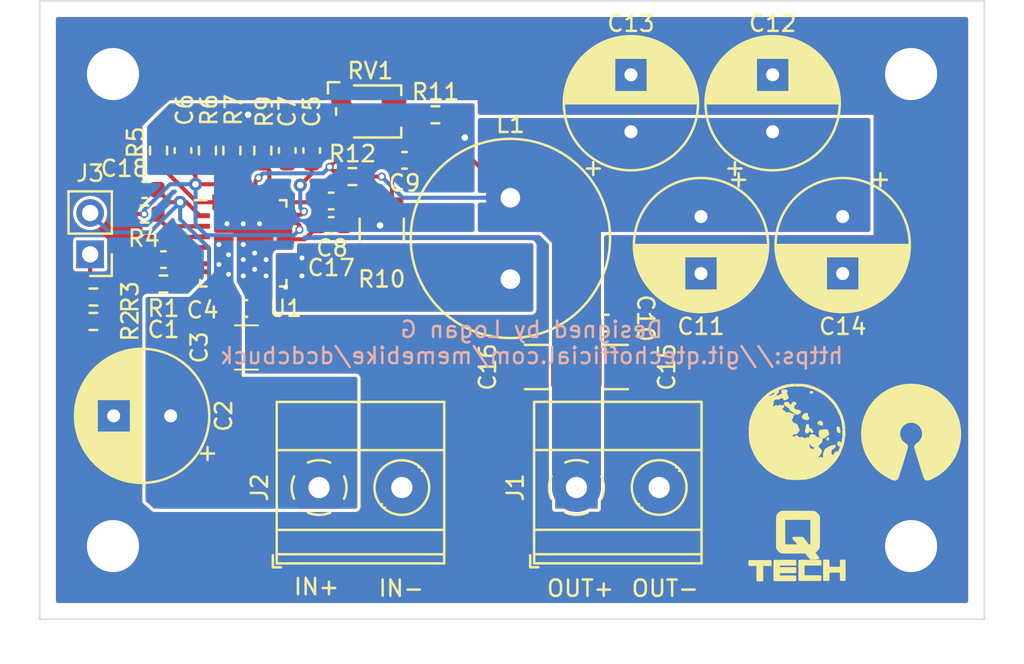
<source format=kicad_pcb>
(kicad_pcb (version 20211014) (generator pcbnew)

  (general
    (thickness 1.6)
  )

  (paper "A4")
  (layers
    (0 "F.Cu" signal)
    (31 "B.Cu" signal)
    (32 "B.Adhes" user "B.Adhesive")
    (33 "F.Adhes" user "F.Adhesive")
    (34 "B.Paste" user)
    (35 "F.Paste" user)
    (36 "B.SilkS" user "B.Silkscreen")
    (37 "F.SilkS" user "F.Silkscreen")
    (38 "B.Mask" user)
    (39 "F.Mask" user)
    (40 "Dwgs.User" user "User.Drawings")
    (41 "Cmts.User" user "User.Comments")
    (42 "Eco1.User" user "User.Eco1")
    (43 "Eco2.User" user "User.Eco2")
    (44 "Edge.Cuts" user)
    (45 "Margin" user)
    (46 "B.CrtYd" user "B.Courtyard")
    (47 "F.CrtYd" user "F.Courtyard")
    (48 "B.Fab" user)
    (49 "F.Fab" user)
    (50 "User.1" user)
    (51 "User.2" user)
    (52 "User.3" user)
    (53 "User.4" user)
    (54 "User.5" user)
    (55 "User.6" user)
    (56 "User.7" user)
    (57 "User.8" user)
    (58 "User.9" user)
  )

  (setup
    (stackup
      (layer "F.SilkS" (type "Top Silk Screen"))
      (layer "F.Paste" (type "Top Solder Paste"))
      (layer "F.Mask" (type "Top Solder Mask") (thickness 0.01))
      (layer "F.Cu" (type "copper") (thickness 0.035))
      (layer "dielectric 1" (type "core") (thickness 1.51) (material "FR4") (epsilon_r 4.5) (loss_tangent 0.02))
      (layer "B.Cu" (type "copper") (thickness 0.035))
      (layer "B.Mask" (type "Bottom Solder Mask") (thickness 0.01))
      (layer "B.Paste" (type "Bottom Solder Paste"))
      (layer "B.SilkS" (type "Bottom Silk Screen"))
      (copper_finish "None")
      (dielectric_constraints no)
    )
    (pad_to_mask_clearance 0)
    (pcbplotparams
      (layerselection 0x00010fc_ffffffff)
      (disableapertmacros false)
      (usegerberextensions false)
      (usegerberattributes true)
      (usegerberadvancedattributes true)
      (creategerberjobfile true)
      (svguseinch false)
      (svgprecision 6)
      (excludeedgelayer true)
      (plotframeref false)
      (viasonmask false)
      (mode 1)
      (useauxorigin false)
      (hpglpennumber 1)
      (hpglpenspeed 20)
      (hpglpendiameter 15.000000)
      (dxfpolygonmode true)
      (dxfimperialunits true)
      (dxfusepcbnewfont true)
      (psnegative false)
      (psa4output false)
      (plotreference true)
      (plotvalue true)
      (plotinvisibletext false)
      (sketchpadsonfab false)
      (subtractmaskfromsilk false)
      (outputformat 1)
      (mirror false)
      (drillshape 0)
      (scaleselection 1)
      (outputdirectory "outputs/gerber/")
    )
  )

  (net 0 "")
  (net 1 "Net-(C1-Pad2)")
  (net 2 "VCC")
  (net 3 "GND")
  (net 4 "Net-(C5-Pad2)")
  (net 5 "Net-(C6-Pad2)")
  (net 6 "Net-(C7-Pad1)")
  (net 7 "/VOUT/VSNS")
  (net 8 "Net-(C8-Pad2)")
  (net 9 "/VOUT/VOUT+")
  (net 10 "unconnected-(U1-Pad15)")
  (net 11 "Net-(C17-Pad2)")
  (net 12 "Net-(R1-Pad1)")
  (net 13 "Net-(C1-Pad1)")
  (net 14 "/VOUT/SW")
  (net 15 "Net-(R2-Pad1)")
  (net 16 "Net-(R4-Pad2)")
  (net 17 "Net-(R5-Pad2)")
  (net 18 "Net-(R6-Pad2)")
  (net 19 "Net-(R7-Pad2)")
  (net 20 "Net-(R9-Pad1)")
  (net 21 "Net-(R11-Pad2)")
  (net 22 "/VOUT/VFB")
  (net 23 "Net-(J3-Pad1)")

  (footprint "LOGO" (layer "F.Cu") (at 186.4 114.3264))

  (footprint "MountingHole:MountingHole_3.2mm_M3_Pad" (layer "F.Cu") (at 193.4 114.1))

  (footprint "LOGO" (layer "F.Cu") (at 186.4 107.1 180))

  (footprint "Resistor_SMD:R_0603_1608Metric" (layer "F.Cu") (at 151.7 89.8 -90))

  (footprint "Resistor_SMD:R_0603_1608Metric" (layer "F.Cu") (at 150.2 89.8 -90))

  (footprint "Capacitor_SMD:C_1210_3225Metric" (layer "F.Cu") (at 152.6 101.9))

  (footprint "Resistor_SMD:R_0603_1608Metric" (layer "F.Cu") (at 143.2 98.8 180))

  (footprint "TerminalBlock_Phoenix:TerminalBlock_Phoenix_MKDS-1,5-2-5.08_1x02_P5.08mm_Horizontal" (layer "F.Cu") (at 172.855 110.5))

  (footprint "SiC46x:Vishay_PowerPAK_MLP55-27L_R" (layer "F.Cu") (at 152.4 95.5))

  (footprint "TerminalBlock_Phoenix:TerminalBlock_Phoenix_MKDS-1,5-2-5.08_1x02_P5.08mm_Horizontal" (layer "F.Cu") (at 157.055 110.505))

  (footprint "Resistor_SMD:R_0603_1608Metric" (layer "F.Cu") (at 159.1 91.4))

  (footprint "MountingHole:MountingHole_3.2mm_M3_Pad" (layer "F.Cu") (at 144.4 114.1))

  (footprint "Capacitor_THT:CP_Radial_D8.0mm_P3.50mm" (layer "F.Cu") (at 189.2 93.855599 -90))

  (footprint "Capacitor_SMD:C_0603_1608Metric" (layer "F.Cu") (at 146.345138 92.201831 180))

  (footprint "Inductor_THT:L_Radial_D12.0mm_P5.00mm_Neosid_SD12_style2" (layer "F.Cu") (at 168.8 97.7 90))

  (footprint "Capacitor_SMD:C_0603_1608Metric" (layer "F.Cu") (at 147.5 96.5 180))

  (footprint "Capacitor_THT:CP_Radial_D8.0mm_P3.50mm" (layer "F.Cu") (at 180.5 93.855599 -90))

  (footprint "Resistor_SMD:R_0603_1608Metric" (layer "F.Cu") (at 153.6 89.8 90))

  (footprint "Capacitor_SMD:C_0603_1608Metric" (layer "F.Cu") (at 152.5 99.5))

  (footprint "Capacitor_THT:CP_Radial_D8.0mm_P3.50mm" (layer "F.Cu") (at 184.9 88.644401 90))

  (footprint "Resistor_SMD:R_0603_1608Metric" (layer "F.Cu") (at 143.2 100.3 180))

  (footprint "Resistor_SMD:R_0603_1608Metric" (layer "F.Cu") (at 147.2 89.8 -90))

  (footprint "Resistor_SMD:R_0603_1608Metric" (layer "F.Cu") (at 146.345138 93.701831))

  (footprint "Connector_PinHeader_2.54mm:PinHeader_1x02_P2.54mm_Vertical" (layer "F.Cu") (at 143 96.175 180))

  (footprint "MountingHole:MountingHole_3.2mm_M3_Pad" (layer "F.Cu") (at 193.4 85.1))

  (footprint "Resistor_SMD:R_1210_3225Metric" (layer "F.Cu")
    (tedit 5F68FEEE) (tstamp be1c8261-181d-4483-80de-f8fa9adcede1)
    (at 160.9 94.7 90)
    (descr "Resistor SMD 1210 (3225 Metric), square (rectangular) end terminal, IPC_7351 nominal, (Body size source: IPC-SM-782 page 72, https://www.pcb-3d.com/wordpress/wp-content/uploads/ipc-sm-782a_amendment_1_and_2.pdf), generated with kicad-footprint-generator")
    (tags "resistor")
    (property "Sheetfile" "VOUT.kicad_sch")
    (property "Sheetname" "VOUT")
    (path "/8ac8b7f5-c251-49b8-81b0-bcdabe9bc5d6/a61ac5b0-6d1f-46dc-a974-03e370dcfcf2")
    (attr smd)
    (fp_text reference "R10" (at -3 0 unlocked) (layer "F.SilkS")
      (effects (font (size 1 1) (thickness 0.153)))
      (tstamp ee5f1d3b-c8c7-4016-bdc3-d37d357479f6)
    )
    (fp_text value "33k" (at 0 2.28 90) (layer "F.Fab")
      (effects (font (size 1 1) (thickness 0.15)))
      (tstamp e5263a99-cb32-47cb-ba82-590d3b8124c3)
    )
    (fp_text user "${REFERENCE}" (at 0 0 90) (layer "F.Fab")
      (effects (font (size 0.8 0.8) (thickness 0.12)))
      (tstamp a130e5d2-02e9-4a0b-ace2-57a0278940db)
    )
    (fp_line (start -0.723737 1.355) (end 0.723737 1.355) (layer "F.SilkS") (width 0.153) (tstamp 0d6fae28-7c53-4d9e-925d-6cddb7ff7a8f))
    (fp_line (start -0.723737 -1.355) (end 0.723737 -1.355) (layer "F.SilkS") (width 0.153) (tstamp 9c512abc-3663-402a-a747-bff4e83561cc))
    (fp_line (start 2.28 1.58) (end -2.28 1.58) (layer "F.CrtYd") (width 0.05) (tstamp 0f9bedd1-3e9b-4b40-81e1-a5b75a1bed68))
    (fp_line (start -2.28 1.58) (end -2.28 -1.58) (layer "F.CrtYd") (width 0.05) (tstamp 34780664-4736-46f4-ba15-309756ff3184))
    (fp_line (start -2.28 -1.58) (end 2.28 -1.58) (layer "F.CrtYd") (width 0.05) (tstamp 54b46b03-d074-4cbf-8b88-b86b30230c3d))
    (fp_line (start 2.28 -1.58) (end 2.28 1.58) (layer "F.CrtYd") (width 0.05) (tstamp fce3e26a-6788-45d7-87de-b2006ffc9c69))
    (fp_line (start 1.6 -1.245) (end 1.6 1.245) (layer "F.Fab") (width 0.1) (tstamp 3121ddb2-11d1-416c-98d6-059cd581069b))
    (fp_line (start -1.6 1.245) (end -1.6 -1.245) (layer "F.Fab") (width 0.1) (tstamp 59437de4-0430-4889-aacb-bbfc7751f6c5))
    (fp_line (start -1.6 -1.245) (end 1.6 -1.245) (layer "F.Fab") (width 0.1) (tstamp 5971ce1a-25aa-451f-a3a2-54c524403d74))
    (fp_line (start 1.6 1.245) (end -1.6 1.245) (layer "F.Fab") (width 0.1) (tstamp ee484203-adfa-40fd-bc84-2660b5aeea20))
    (pad "1" smd roundrect (at -1.4625 0 90) (size 1.125 2.65) (layers "F.Cu" "F.Paste" "F.Mask") (roundrect_rratio 0.2222222222)
      (net 14 "/VOUT/SW") (pintype "passive") (tstamp d1d16612-4c0b-4646-9b50-2785a40a02dd))
    (pad "2" smd roundrect (at 1.4625 0 90) (size 1.125 2.65) (layers "F.Cu" "F.Paste" "F.Mask") (roundrect_rratio 0.2222222222)
      (net 8 "Net-(C8-Pad2)") (pintype "passive") (tstamp 7f57fb47-76c9-42c5-b608-1f5623dc16ba))
    (model "${KICAD6_3DMODEL_DIR}/Resistor_SMD.3dshapes/R_1210_3225Metric.wrl"
      (offset (xyz 0 0 0))
      (
... [186296 chars truncated]
</source>
